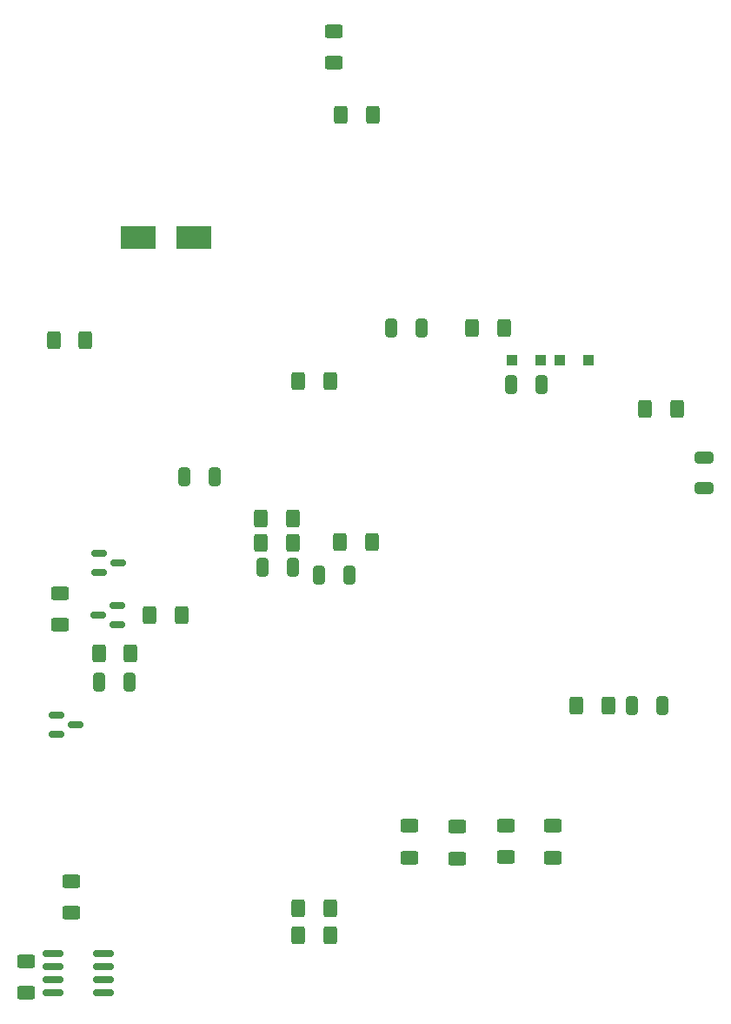
<source format=gbr>
G04 #@! TF.GenerationSoftware,KiCad,Pcbnew,6.0.7-f9a2dced07~116~ubuntu20.04.1*
G04 #@! TF.CreationDate,2022-08-19T20:43:36+02:00*
G04 #@! TF.ProjectId,sboxnet-booster,73626f78-6e65-4742-9d62-6f6f73746572,rev?*
G04 #@! TF.SameCoordinates,Original*
G04 #@! TF.FileFunction,Paste,Top*
G04 #@! TF.FilePolarity,Positive*
%FSLAX46Y46*%
G04 Gerber Fmt 4.6, Leading zero omitted, Abs format (unit mm)*
G04 Created by KiCad (PCBNEW 6.0.7-f9a2dced07~116~ubuntu20.04.1) date 2022-08-19 20:43:36*
%MOMM*%
%LPD*%
G01*
G04 APERTURE LIST*
G04 Aperture macros list*
%AMRoundRect*
0 Rectangle with rounded corners*
0 $1 Rounding radius*
0 $2 $3 $4 $5 $6 $7 $8 $9 X,Y pos of 4 corners*
0 Add a 4 corners polygon primitive as box body*
4,1,4,$2,$3,$4,$5,$6,$7,$8,$9,$2,$3,0*
0 Add four circle primitives for the rounded corners*
1,1,$1+$1,$2,$3*
1,1,$1+$1,$4,$5*
1,1,$1+$1,$6,$7*
1,1,$1+$1,$8,$9*
0 Add four rect primitives between the rounded corners*
20,1,$1+$1,$2,$3,$4,$5,0*
20,1,$1+$1,$4,$5,$6,$7,0*
20,1,$1+$1,$6,$7,$8,$9,0*
20,1,$1+$1,$8,$9,$2,$3,0*%
G04 Aperture macros list end*
%ADD10RoundRect,0.250000X0.625000X-0.400000X0.625000X0.400000X-0.625000X0.400000X-0.625000X-0.400000X0*%
%ADD11RoundRect,0.250000X-0.625000X0.400000X-0.625000X-0.400000X0.625000X-0.400000X0.625000X0.400000X0*%
%ADD12R,1.100000X1.100000*%
%ADD13RoundRect,0.250000X-0.400000X-0.625000X0.400000X-0.625000X0.400000X0.625000X-0.400000X0.625000X0*%
%ADD14RoundRect,0.250000X0.400000X0.625000X-0.400000X0.625000X-0.400000X-0.625000X0.400000X-0.625000X0*%
%ADD15RoundRect,0.250000X-0.325000X-0.650000X0.325000X-0.650000X0.325000X0.650000X-0.325000X0.650000X0*%
%ADD16RoundRect,0.250000X0.650000X-0.325000X0.650000X0.325000X-0.650000X0.325000X-0.650000X-0.325000X0*%
%ADD17RoundRect,0.250000X0.325000X0.650000X-0.325000X0.650000X-0.325000X-0.650000X0.325000X-0.650000X0*%
%ADD18RoundRect,0.150000X-0.587500X-0.150000X0.587500X-0.150000X0.587500X0.150000X-0.587500X0.150000X0*%
%ADD19R,3.500000X2.300000*%
%ADD20RoundRect,0.150000X0.587500X0.150000X-0.587500X0.150000X-0.587500X-0.150000X0.587500X-0.150000X0*%
%ADD21RoundRect,0.150000X0.825000X0.150000X-0.825000X0.150000X-0.825000X-0.150000X0.825000X-0.150000X0*%
G04 APERTURE END LIST*
D10*
X64600000Y-153050000D03*
X64600000Y-149950000D03*
D11*
X101900000Y-136800000D03*
X101900000Y-139900000D03*
D12*
X119312500Y-91510000D03*
X116512500Y-91510000D03*
D10*
X68950000Y-145250000D03*
X68950000Y-142150000D03*
D13*
X118200000Y-125100000D03*
X121300000Y-125100000D03*
D14*
X98250000Y-109150000D03*
X95150000Y-109150000D03*
D13*
X67250000Y-89550000D03*
X70350000Y-89550000D03*
D15*
X100125000Y-88300000D03*
X103075000Y-88300000D03*
D16*
X130650000Y-103925000D03*
X130650000Y-100975000D03*
D13*
X71650000Y-120000000D03*
X74750000Y-120000000D03*
X87450000Y-109250000D03*
X90550000Y-109250000D03*
D17*
X96025000Y-112350000D03*
X93075000Y-112350000D03*
D11*
X115900000Y-136800000D03*
X115900000Y-139900000D03*
D18*
X67512500Y-126000000D03*
X67512500Y-127900000D03*
X69387500Y-126950000D03*
D15*
X123575000Y-125100000D03*
X126525000Y-125100000D03*
X71675000Y-122800000D03*
X74625000Y-122800000D03*
D13*
X91100000Y-147400000D03*
X94200000Y-147400000D03*
D19*
X80930000Y-79540000D03*
X75530000Y-79540000D03*
D20*
X73437500Y-117250000D03*
X73437500Y-115350000D03*
X71562500Y-116300000D03*
D13*
X91100000Y-93500000D03*
X94200000Y-93500000D03*
X95250000Y-67600000D03*
X98350000Y-67600000D03*
D12*
X114670000Y-91500000D03*
X111870000Y-91500000D03*
D13*
X108000000Y-88350000D03*
X111100000Y-88350000D03*
D11*
X111300000Y-136750000D03*
X111300000Y-139850000D03*
D14*
X127950000Y-96200000D03*
X124850000Y-96200000D03*
D10*
X67850000Y-117250000D03*
X67850000Y-114150000D03*
D11*
X106600000Y-136850000D03*
X106600000Y-139950000D03*
D18*
X71662500Y-110250000D03*
X71662500Y-112150000D03*
X73537500Y-111200000D03*
D15*
X87625000Y-111600000D03*
X90575000Y-111600000D03*
D13*
X76600000Y-116250000D03*
X79700000Y-116250000D03*
D10*
X94550000Y-62550000D03*
X94550000Y-59450000D03*
D15*
X79975000Y-102800000D03*
X82925000Y-102800000D03*
D21*
X72125000Y-153055000D03*
X72125000Y-151785000D03*
X72125000Y-150515000D03*
X72125000Y-149245000D03*
X67175000Y-149245000D03*
X67175000Y-150515000D03*
X67175000Y-151785000D03*
X67175000Y-153055000D03*
D14*
X90550000Y-106850000D03*
X87450000Y-106850000D03*
X94200000Y-144850000D03*
X91100000Y-144850000D03*
D15*
X111805000Y-93840000D03*
X114755000Y-93840000D03*
M02*

</source>
